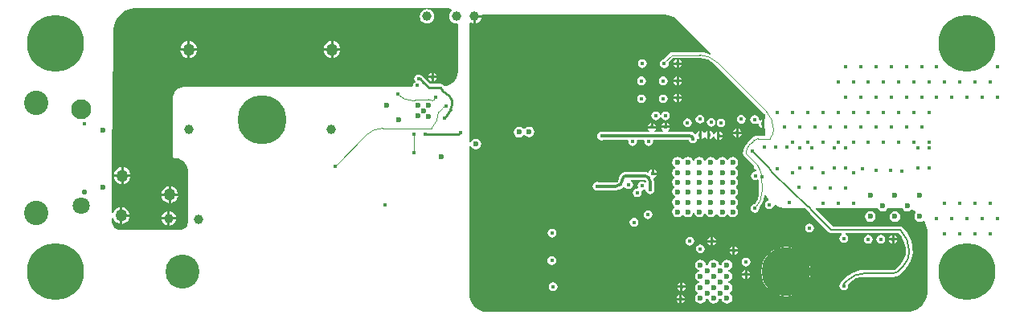
<source format=gbr>
%TF.GenerationSoftware,Altium Limited,Altium Designer,20.0.13 (296)*%
G04 Layer_Physical_Order=3*
G04 Layer_Color=36540*
%FSLAX45Y45*%
%MOMM*%
%TF.FileFunction,Copper,L3,Inr,Signal*%
%TF.Part,Single*%
G01*
G75*
%TA.AperFunction,Conductor*%
%ADD10C,0.20000*%
%ADD12C,0.10000*%
%ADD14C,0.30000*%
%ADD15C,0.25400*%
%TA.AperFunction,ComponentPad*%
%ADD59C,3.58500*%
%ADD60C,5.17500*%
%ADD61C,0.55000*%
%ADD62C,0.40500*%
%ADD63C,2.56500*%
%ADD64C,1.80000*%
%ADD65C,2.10000*%
%TA.AperFunction,ViaPad*%
%ADD66C,0.40000*%
%ADD67C,0.60000*%
%ADD68C,1.00000*%
%ADD69C,1.27000*%
%ADD70C,6.00000*%
G36*
X6140836Y7174620D02*
X6166315Y7164066D01*
X6171336Y7160711D01*
X6171752Y7148018D01*
X6166224Y7143776D01*
X6154138Y7128025D01*
X6146541Y7109684D01*
X6143949Y7090000D01*
X6146541Y7070317D01*
X6154138Y7051975D01*
X6166224Y7036224D01*
X6181975Y7024138D01*
X6200317Y7016541D01*
X6220000Y7013949D01*
X6227300Y7014911D01*
X6240000Y7003773D01*
Y6520710D01*
X6239999Y6520710D01*
X6240000Y6503897D01*
X6233439Y6470916D01*
X6220571Y6439848D01*
X6201889Y6411889D01*
X6178111Y6388111D01*
X6150151Y6369429D01*
X6119084Y6356560D01*
X6095826Y6351934D01*
X6086531Y6360107D01*
X6086347Y6360382D01*
X6086165Y6360503D01*
X6086164Y6360503D01*
X6086102D01*
X6078556Y6367469D01*
X6077105Y6368437D01*
X6065953Y6375889D01*
X6051087Y6378847D01*
X5946090D01*
X5867481Y6457456D01*
X5854879Y6465877D01*
X5845076Y6467827D01*
X5837703Y6472753D01*
X5819988Y6476277D01*
X5802274Y6472753D01*
X5787257Y6462719D01*
X5777222Y6447701D01*
X5773699Y6429987D01*
X5777222Y6412273D01*
X5786266Y6398739D01*
X5777257Y6392719D01*
X5767222Y6377701D01*
X5763699Y6359987D01*
X5763733Y6359817D01*
X5755676Y6350000D01*
X5119707D01*
X5119706Y6349999D01*
X5118361Y6349933D01*
X5115722Y6349409D01*
X5113235Y6348379D01*
X5110998Y6346884D01*
X5110000Y6345979D01*
X3352132Y6345979D01*
X3340370Y6345402D01*
X3317298Y6340812D01*
X3295565Y6331810D01*
X3276005Y6318740D01*
X3259371Y6302107D01*
X3246302Y6282547D01*
X3237300Y6260813D01*
X3232710Y6237741D01*
X3232132Y6225979D01*
Y5615980D01*
X3232517Y5612078D01*
X3235503Y5604868D01*
X3241021Y5599350D01*
X3248231Y5596363D01*
X3252133Y5595979D01*
X3265921D01*
X3292969Y5590599D01*
X3318448Y5580046D01*
X3341377Y5564724D01*
X3360878Y5545224D01*
X3376199Y5522294D01*
X3386752Y5496816D01*
X3392133Y5469768D01*
Y5455979D01*
Y4925979D01*
X3392132D01*
Y4917115D01*
X3388674Y4899727D01*
X3381889Y4883348D01*
X3372040Y4868608D01*
X3359504Y4856072D01*
X3344763Y4846222D01*
X3328385Y4839438D01*
X3310997Y4835980D01*
X3302133D01*
X2682133Y4835979D01*
Y4835980D01*
X2673268D01*
X2655880Y4839438D01*
X2639501Y4846222D01*
X2624761Y4856072D01*
X2612225Y4868608D01*
X2602376Y4883348D01*
X2595591Y4899727D01*
X2592133Y4917115D01*
Y4960779D01*
X2604833Y4963305D01*
X2612346Y4945166D01*
X2626596Y4926596D01*
X2645166Y4912346D01*
X2666792Y4903388D01*
X2677300Y4902005D01*
Y4990000D01*
Y5077995D01*
X2666792Y5076612D01*
X2645166Y5067654D01*
X2626596Y5053404D01*
X2612346Y5034833D01*
X2604833Y5016695D01*
X2592133Y5019221D01*
X2592132Y5595979D01*
X2602132Y6815980D01*
Y6946996D01*
X2611893Y6996069D01*
X2631040Y7042294D01*
X2658838Y7083895D01*
X2694217Y7119274D01*
X2735818Y7147071D01*
X2782043Y7166218D01*
X2831115Y7175980D01*
X5130000D01*
X6030000Y7180000D01*
X6113788D01*
X6140836Y7174620D01*
D02*
G37*
G36*
X8384789Y7109999D02*
X8384790Y7109999D01*
X8409806Y7110000D01*
X8458879Y7100239D01*
X8505104Y7081092D01*
X8546705Y7053295D01*
X8564395Y7035605D01*
X8900244Y6699756D01*
X8893050Y6688990D01*
X8872946Y6697317D01*
X8829417Y6707767D01*
X8784790Y6711279D01*
Y6710996D01*
X8490000D01*
X8478138Y6708636D01*
X8468083Y6701917D01*
X8400582Y6634416D01*
X8392286Y6632766D01*
X8377268Y6622732D01*
X8367234Y6607714D01*
X8363710Y6590000D01*
X8367234Y6572286D01*
X8377268Y6557268D01*
X8392286Y6547234D01*
X8410000Y6543711D01*
X8427714Y6547234D01*
X8442732Y6557268D01*
X8452766Y6572286D01*
X8456289Y6590000D01*
X8454223Y6600389D01*
X8502839Y6649004D01*
X8784790D01*
X8786139Y6649273D01*
X8828374Y6645113D01*
X8870283Y6632400D01*
X8908907Y6611755D01*
X8941713Y6584832D01*
X8942478Y6583688D01*
X9463688Y6062478D01*
X9464832Y6061714D01*
X9468527Y6057211D01*
X9470000Y6049806D01*
X9470000Y6015260D01*
X9462700Y6009270D01*
Y5960000D01*
Y5910731D01*
X9470000Y5904740D01*
X9470000Y5830996D01*
X9398284D01*
Y5831252D01*
X9372523Y5827860D01*
X9348516Y5817916D01*
X9327902Y5802098D01*
X9328083Y5801917D01*
X9290510Y5764344D01*
X9290331Y5764523D01*
X9290303Y5764489D01*
X9282488Y5754966D01*
X9268431Y5737836D01*
X9252157Y5707391D01*
X9242136Y5674355D01*
X9238752Y5640000D01*
X9239004D01*
X9241364Y5628138D01*
X9248083Y5618083D01*
X9351637Y5514528D01*
X9351619Y5514435D01*
X9353010Y5507443D01*
X9354452Y5498865D01*
X9354922Y5497830D01*
X9354964Y5497618D01*
X9355132Y5497367D01*
X9357305Y5492580D01*
X9361851Y5481721D01*
X9361851Y5481720D01*
X9372511Y5476817D01*
X9379079Y5472429D01*
X9381316Y5470078D01*
X9377976Y5455669D01*
X9376819Y5454933D01*
X9370000Y5456290D01*
X9352286Y5452766D01*
X9337268Y5442732D01*
X9327234Y5427714D01*
X9323711Y5410000D01*
X9327234Y5392286D01*
X9337268Y5377268D01*
X9352286Y5367234D01*
X9370000Y5363711D01*
X9387714Y5367234D01*
X9391084Y5369486D01*
X9402444Y5363806D01*
X9408349Y5255605D01*
X9408840Y5246615D01*
X9406544Y5244190D01*
X9407111Y5242822D01*
X9408011Y5230153D01*
X9405149Y5201089D01*
X9392576Y5159643D01*
X9372160Y5121447D01*
X9364636Y5112280D01*
X9348612Y5109092D01*
X9333594Y5099058D01*
X9323560Y5084040D01*
X9320037Y5066326D01*
X9323560Y5048612D01*
X9333594Y5033594D01*
X9348612Y5023560D01*
X9366326Y5020037D01*
X9384040Y5023560D01*
X9399058Y5033594D01*
X9409092Y5048612D01*
X9412616Y5066326D01*
X9411616Y5071351D01*
X9417260Y5077959D01*
X9440447Y5115797D01*
X9457430Y5156797D01*
X9467790Y5199949D01*
X9468160Y5204652D01*
X9481060Y5206695D01*
X9489042Y5187424D01*
X9506607Y5161138D01*
X9508583Y5158957D01*
X9504599Y5146898D01*
X9499521Y5145888D01*
X9484503Y5135854D01*
X9474469Y5120836D01*
X9470945Y5103122D01*
X9474469Y5085408D01*
X9484503Y5070390D01*
X9499521Y5060356D01*
X9517235Y5056833D01*
X9534949Y5060356D01*
X9549967Y5070390D01*
X9560001Y5085408D01*
X9562475Y5097845D01*
X9575189Y5104625D01*
X9582122Y5099992D01*
X9628125Y5080937D01*
X9676960Y5071223D01*
X9701857Y5070000D01*
X9888301D01*
X9900416Y5058545D01*
X9900684Y5058377D01*
X9950458Y5008603D01*
X9950459Y5008602D01*
X10144583Y4814478D01*
X10156292Y4806654D01*
X10170105Y4803907D01*
X10277839D01*
X10278322Y4802697D01*
X10279952Y4791207D01*
X10267268Y4782732D01*
X10257234Y4767714D01*
X10253711Y4750000D01*
X10257234Y4732286D01*
X10267268Y4717268D01*
X10282286Y4707234D01*
X10300000Y4703710D01*
X10317714Y4707234D01*
X10332732Y4717268D01*
X10342766Y4732286D01*
X10346289Y4750000D01*
X10342766Y4767714D01*
X10332732Y4782732D01*
X10320048Y4791207D01*
X10321678Y4802697D01*
X10322160Y4803907D01*
X10880408D01*
X10900369Y4780536D01*
X10923780Y4742332D01*
X10940927Y4700936D01*
X10951387Y4657367D01*
X10953933Y4625018D01*
X10954601Y4612599D01*
X10954599Y4612586D01*
X10954601Y4612574D01*
X10953694Y4600284D01*
X10951338Y4576365D01*
X10940728Y4541388D01*
X10923498Y4509154D01*
X10901000Y4481740D01*
X10900083Y4481127D01*
X10844478Y4425522D01*
X10844417Y4425431D01*
X10834051Y4418504D01*
X10821822Y4416072D01*
X10821715Y4416093D01*
X10515210D01*
Y4416295D01*
X10469798Y4412721D01*
X10425504Y4402087D01*
X10383419Y4384654D01*
X10344579Y4360853D01*
X10309941Y4331269D01*
X10310083Y4331127D01*
X10274478Y4295522D01*
X10266654Y4283812D01*
X10266088Y4280965D01*
X10257234Y4267714D01*
X10253711Y4250000D01*
X10257234Y4232286D01*
X10267268Y4217268D01*
X10282286Y4207234D01*
X10300000Y4203710D01*
X10317714Y4207234D01*
X10332732Y4217268D01*
X10342766Y4232286D01*
X10346289Y4250000D01*
X10343760Y4262716D01*
X10361127Y4280083D01*
X10362031Y4281437D01*
X10393884Y4307578D01*
X10431639Y4327758D01*
X10472606Y4340185D01*
X10513613Y4344224D01*
X10515210Y4343906D01*
X10821715D01*
Y4343705D01*
X10848782Y4347269D01*
X10874005Y4357716D01*
X10895664Y4374336D01*
X10895522Y4374478D01*
X10951127Y4430083D01*
X10951518Y4429692D01*
X10983712Y4468920D01*
X11007634Y4513675D01*
X11022365Y4562237D01*
X11027321Y4612561D01*
X11027322D01*
X11027196Y4612699D01*
X11026224Y4625042D01*
X11022790Y4668676D01*
X11009682Y4723276D01*
X10988194Y4775152D01*
X10958855Y4823029D01*
X10930422Y4856319D01*
X10922389Y4865727D01*
X10922285Y4865814D01*
X10922001Y4865530D01*
X10910303Y4873346D01*
X10896491Y4876093D01*
X10185055D01*
X10003848Y5057300D01*
X10007165Y5070000D01*
X10657493D01*
X10657814Y5068384D01*
X10670059Y5050059D01*
X10688384Y5037814D01*
X10710000Y5033515D01*
X10731616Y5037814D01*
X10749941Y5050059D01*
X10762185Y5068384D01*
X10762507Y5070000D01*
X10917493D01*
X10917814Y5068384D01*
X10930059Y5050059D01*
X10948384Y5037814D01*
X10970000Y5033515D01*
X10991616Y5037814D01*
X11009941Y5050059D01*
X11013133Y5054836D01*
X11046315Y5041091D01*
X11060059Y5031908D01*
Y5019941D01*
X11047814Y5001616D01*
X11043515Y4980000D01*
X11047814Y4958384D01*
X11060059Y4940059D01*
X11078384Y4927814D01*
X11100000Y4923515D01*
X11121616Y4927814D01*
X11139359Y4939670D01*
X11144424Y4938062D01*
X11151712Y4934816D01*
X11170239Y4890089D01*
X11180000Y4841017D01*
Y4816000D01*
Y4190000D01*
X11179999Y4190000D01*
X11180000Y4169317D01*
X11171929Y4128745D01*
X11156099Y4090528D01*
X11133117Y4056133D01*
X11103867Y4026882D01*
X11069472Y4003900D01*
X11031254Y3988070D01*
X10990683Y3980000D01*
X10970000Y3980000D01*
X6513256D01*
X6480413Y3986533D01*
X6449475Y3999348D01*
X6421631Y4017952D01*
X6397952Y4041631D01*
X6379348Y4069474D01*
X6366533Y4100413D01*
X6360000Y4133256D01*
Y4150000D01*
Y5720709D01*
X6372700Y5721960D01*
X6372815Y5721384D01*
X6385059Y5703059D01*
X6403384Y5690814D01*
X6425000Y5686515D01*
X6446616Y5690814D01*
X6464941Y5703059D01*
X6477186Y5721384D01*
X6481485Y5743000D01*
X6477186Y5764616D01*
X6464941Y5782941D01*
X6446616Y5795186D01*
X6425000Y5799485D01*
X6403384Y5795186D01*
X6385059Y5782941D01*
X6372815Y5764616D01*
X6372700Y5764040D01*
X6360000Y5765291D01*
Y7018970D01*
X6371390Y7024587D01*
X6371975Y7024138D01*
X6390317Y7016541D01*
X6397300Y7015621D01*
Y7090000D01*
X6410000D01*
Y7102700D01*
X6489826D01*
X6496228Y7110000D01*
X8384789D01*
X8384789Y7109999D01*
D02*
G37*
%LPC*%
G36*
X5910000Y7166051D02*
X5890317Y7163459D01*
X5871975Y7155862D01*
X5856224Y7143776D01*
X5844138Y7128025D01*
X5836541Y7109684D01*
X5833949Y7090000D01*
X5836541Y7070317D01*
X5844138Y7051975D01*
X5856224Y7036224D01*
X5871975Y7024138D01*
X5890317Y7016541D01*
X5910000Y7013949D01*
X5929684Y7016541D01*
X5948025Y7024138D01*
X5963776Y7036224D01*
X5975862Y7051975D01*
X5983459Y7070317D01*
X5986051Y7090000D01*
X5983459Y7109684D01*
X5975862Y7128025D01*
X5963776Y7143776D01*
X5948025Y7155862D01*
X5929684Y7163459D01*
X5910000Y7166051D01*
D02*
G37*
G36*
X4922700Y6827995D02*
Y6752700D01*
X4997995D01*
X4996612Y6763207D01*
X4987654Y6784834D01*
X4973404Y6803404D01*
X4954834Y6817654D01*
X4933208Y6826612D01*
X4922700Y6827995D01*
D02*
G37*
G36*
X4897300D02*
X4886793Y6826612D01*
X4865167Y6817654D01*
X4846596Y6803404D01*
X4832346Y6784834D01*
X4823388Y6763207D01*
X4822005Y6752700D01*
X4897300D01*
Y6827995D01*
D02*
G37*
G36*
X3412700D02*
Y6752700D01*
X3487995D01*
X3486612Y6763207D01*
X3477654Y6784834D01*
X3463404Y6803404D01*
X3444834Y6817654D01*
X3423208Y6826612D01*
X3412700Y6827995D01*
D02*
G37*
G36*
X3387300D02*
X3376793Y6826612D01*
X3355167Y6817654D01*
X3336596Y6803404D01*
X3322346Y6784834D01*
X3313388Y6763207D01*
X3312005Y6752700D01*
X3387300D01*
Y6827995D01*
D02*
G37*
G36*
X4997995Y6727300D02*
X4922700D01*
Y6652005D01*
X4933208Y6653388D01*
X4954834Y6662346D01*
X4973404Y6676596D01*
X4987654Y6695166D01*
X4996612Y6716793D01*
X4997995Y6727300D01*
D02*
G37*
G36*
X4897300D02*
X4822005D01*
X4823388Y6716793D01*
X4832346Y6695166D01*
X4846596Y6676596D01*
X4865167Y6662346D01*
X4886793Y6653388D01*
X4897300Y6652005D01*
Y6727300D01*
D02*
G37*
G36*
X3487995D02*
X3412700D01*
Y6652005D01*
X3423208Y6653388D01*
X3444834Y6662346D01*
X3463404Y6676596D01*
X3477654Y6695166D01*
X3486612Y6716793D01*
X3487995Y6727300D01*
D02*
G37*
G36*
X3387300D02*
X3312005D01*
X3313388Y6716793D01*
X3322346Y6695166D01*
X3336596Y6676596D01*
X3355167Y6662346D01*
X3376793Y6653388D01*
X3387300Y6652005D01*
Y6727300D01*
D02*
G37*
G36*
X5982700Y6493763D02*
Y6462700D01*
X6013763D01*
X6012766Y6467714D01*
X6002732Y6482732D01*
X5987714Y6492766D01*
X5982700Y6493763D01*
D02*
G37*
G36*
X5957300D02*
X5952286Y6492766D01*
X5937268Y6482732D01*
X5927234Y6467714D01*
X5926237Y6462700D01*
X5957300D01*
Y6493763D01*
D02*
G37*
G36*
X6013763Y6437300D02*
X5982700D01*
Y6406237D01*
X5987714Y6407234D01*
X6002732Y6417268D01*
X6012766Y6432286D01*
X6013763Y6437300D01*
D02*
G37*
G36*
X5957300D02*
X5926237D01*
X5927234Y6432286D01*
X5937268Y6417268D01*
X5952286Y6407234D01*
X5957300Y6406237D01*
Y6437300D01*
D02*
G37*
G36*
X2712700Y5497995D02*
Y5422700D01*
X2787995D01*
X2786612Y5433208D01*
X2777654Y5454834D01*
X2763404Y5473404D01*
X2744833Y5487654D01*
X2723207Y5496612D01*
X2712700Y5497995D01*
D02*
G37*
G36*
X2687300D02*
X2676792Y5496612D01*
X2655166Y5487654D01*
X2636596Y5473404D01*
X2622346Y5454834D01*
X2613388Y5433208D01*
X2612005Y5422700D01*
X2687300D01*
Y5497995D01*
D02*
G37*
G36*
X2787995Y5397300D02*
X2712700D01*
Y5322005D01*
X2723207Y5323388D01*
X2744833Y5332346D01*
X2763404Y5346596D01*
X2777654Y5365167D01*
X2786612Y5386793D01*
X2787995Y5397300D01*
D02*
G37*
G36*
X2687300D02*
X2612005D01*
X2613388Y5386793D01*
X2622346Y5365167D01*
X2636596Y5346596D01*
X2655166Y5332346D01*
X2676792Y5323388D01*
X2687300Y5322005D01*
Y5397300D01*
D02*
G37*
G36*
X3212700Y5297995D02*
Y5222700D01*
X3287995D01*
X3286612Y5233207D01*
X3277654Y5254834D01*
X3263404Y5273404D01*
X3244833Y5287654D01*
X3223207Y5296612D01*
X3212700Y5297995D01*
D02*
G37*
G36*
X3187300D02*
X3176792Y5296612D01*
X3155166Y5287654D01*
X3136596Y5273404D01*
X3122346Y5254834D01*
X3113388Y5233207D01*
X3112005Y5222700D01*
X3187300D01*
Y5297995D01*
D02*
G37*
G36*
X3287995Y5197300D02*
X3212700D01*
Y5122005D01*
X3223207Y5123388D01*
X3244833Y5132346D01*
X3263404Y5146596D01*
X3277654Y5165166D01*
X3286612Y5186793D01*
X3287995Y5197300D01*
D02*
G37*
G36*
X3187300D02*
X3112005D01*
X3113388Y5186793D01*
X3122346Y5165166D01*
X3136596Y5146596D01*
X3155166Y5132346D01*
X3176792Y5123388D01*
X3187300Y5122005D01*
Y5197300D01*
D02*
G37*
G36*
X2702700Y5077995D02*
Y5002700D01*
X2777995D01*
X2776612Y5013207D01*
X2767654Y5034833D01*
X2753404Y5053404D01*
X2734833Y5067654D01*
X2713207Y5076612D01*
X2702700Y5077995D01*
D02*
G37*
G36*
X3202700Y5034379D02*
Y4972700D01*
X3264379D01*
X3263459Y4979683D01*
X3255862Y4998025D01*
X3243776Y5013776D01*
X3228025Y5025862D01*
X3209683Y5033459D01*
X3202700Y5034379D01*
D02*
G37*
G36*
X3177300D02*
X3170316Y5033459D01*
X3151975Y5025862D01*
X3136224Y5013776D01*
X3124138Y4998025D01*
X3116541Y4979683D01*
X3115621Y4972700D01*
X3177300D01*
Y5034379D01*
D02*
G37*
G36*
X2777995Y4977300D02*
X2702700D01*
Y4902005D01*
X2713207Y4903388D01*
X2734833Y4912346D01*
X2753404Y4926596D01*
X2767654Y4945166D01*
X2776612Y4966792D01*
X2777995Y4977300D01*
D02*
G37*
G36*
X3264379Y4947300D02*
X3202700D01*
Y4885621D01*
X3209683Y4886541D01*
X3228025Y4894138D01*
X3243776Y4906224D01*
X3255862Y4921975D01*
X3263459Y4940317D01*
X3264379Y4947300D01*
D02*
G37*
G36*
X3177300D02*
X3115621D01*
X3116541Y4940317D01*
X3124138Y4921975D01*
X3136224Y4906224D01*
X3151975Y4894138D01*
X3170316Y4886541D01*
X3177300Y4885621D01*
Y4947300D01*
D02*
G37*
G36*
X6484379Y7077300D02*
X6422700D01*
Y7015621D01*
X6429684Y7016541D01*
X6448025Y7024138D01*
X6463776Y7036224D01*
X6475862Y7051975D01*
X6483459Y7070317D01*
X6484379Y7077300D01*
D02*
G37*
G36*
X8562700Y6633763D02*
Y6602700D01*
X8593763D01*
X8592766Y6607714D01*
X8582732Y6622732D01*
X8567714Y6632766D01*
X8562700Y6633763D01*
D02*
G37*
G36*
X8537300D02*
X8532286Y6632766D01*
X8517268Y6622732D01*
X8507234Y6607714D01*
X8506236Y6602700D01*
X8537300D01*
Y6633763D01*
D02*
G37*
G36*
X8593763Y6577300D02*
X8562700D01*
Y6546237D01*
X8567714Y6547234D01*
X8582732Y6557268D01*
X8592766Y6572286D01*
X8593763Y6577300D01*
D02*
G37*
G36*
X8537300D02*
X8506236D01*
X8507234Y6572286D01*
X8517268Y6557268D01*
X8532286Y6547234D01*
X8537300Y6546237D01*
Y6577300D01*
D02*
G37*
G36*
X8180000Y6636289D02*
X8162286Y6632766D01*
X8147268Y6622732D01*
X8137234Y6607714D01*
X8133710Y6590000D01*
X8137234Y6572286D01*
X8147268Y6557268D01*
X8162286Y6547234D01*
X8180000Y6543711D01*
X8197714Y6547234D01*
X8212732Y6557268D01*
X8222766Y6572286D01*
X8226289Y6590000D01*
X8222766Y6607714D01*
X8212732Y6622732D01*
X8197714Y6632766D01*
X8180000Y6636289D01*
D02*
G37*
G36*
X8562700Y6453763D02*
Y6422700D01*
X8593763D01*
X8592766Y6427714D01*
X8582732Y6442732D01*
X8567714Y6452766D01*
X8562700Y6453763D01*
D02*
G37*
G36*
X8537300D02*
X8532286Y6452766D01*
X8517268Y6442732D01*
X8507234Y6427714D01*
X8506236Y6422700D01*
X8537300D01*
Y6453763D01*
D02*
G37*
G36*
X8593763Y6397300D02*
X8562700D01*
Y6366236D01*
X8567714Y6367234D01*
X8582732Y6377268D01*
X8592766Y6392286D01*
X8593763Y6397300D01*
D02*
G37*
G36*
X8537300D02*
X8506236D01*
X8507234Y6392286D01*
X8517268Y6377268D01*
X8532286Y6367234D01*
X8537300Y6366236D01*
Y6397300D01*
D02*
G37*
G36*
X8400000Y6456289D02*
X8382286Y6452766D01*
X8367268Y6442732D01*
X8357234Y6427714D01*
X8353710Y6410000D01*
X8357234Y6392286D01*
X8367268Y6377268D01*
X8382286Y6367234D01*
X8400000Y6363710D01*
X8417714Y6367234D01*
X8432732Y6377268D01*
X8442766Y6392286D01*
X8446289Y6410000D01*
X8442766Y6427714D01*
X8432732Y6442732D01*
X8417714Y6452766D01*
X8400000Y6456289D01*
D02*
G37*
G36*
X8170000D02*
X8152286Y6452766D01*
X8137268Y6442732D01*
X8127234Y6427714D01*
X8123710Y6410000D01*
X8127234Y6392286D01*
X8137268Y6377268D01*
X8152286Y6367234D01*
X8170000Y6363710D01*
X8187714Y6367234D01*
X8202732Y6377268D01*
X8212766Y6392286D01*
X8216289Y6410000D01*
X8212766Y6427714D01*
X8202732Y6442732D01*
X8187714Y6452766D01*
X8170000Y6456289D01*
D02*
G37*
G36*
X8562700Y6273763D02*
Y6242700D01*
X8593763D01*
X8592766Y6247714D01*
X8582732Y6262732D01*
X8567714Y6272766D01*
X8562700Y6273763D01*
D02*
G37*
G36*
X8537300D02*
X8532286Y6272766D01*
X8517268Y6262732D01*
X8507234Y6247714D01*
X8506236Y6242700D01*
X8537300D01*
Y6273763D01*
D02*
G37*
G36*
X8593763Y6217300D02*
X8562700D01*
Y6186237D01*
X8567714Y6187234D01*
X8582732Y6197268D01*
X8592766Y6212286D01*
X8593763Y6217300D01*
D02*
G37*
G36*
X8537300D02*
X8506236D01*
X8507234Y6212286D01*
X8517268Y6197268D01*
X8532286Y6187234D01*
X8537300Y6186237D01*
Y6217300D01*
D02*
G37*
G36*
X8400000Y6266289D02*
X8382286Y6262766D01*
X8367268Y6252732D01*
X8357234Y6237714D01*
X8353710Y6220000D01*
X8357234Y6202286D01*
X8367268Y6187268D01*
X8382286Y6177234D01*
X8400000Y6173711D01*
X8417714Y6177234D01*
X8432732Y6187268D01*
X8442766Y6202286D01*
X8446289Y6220000D01*
X8442766Y6237714D01*
X8432732Y6252732D01*
X8417714Y6262766D01*
X8400000Y6266289D01*
D02*
G37*
G36*
X8170000D02*
X8152286Y6262766D01*
X8137268Y6252732D01*
X8127234Y6237714D01*
X8123710Y6220000D01*
X8127234Y6202286D01*
X8137268Y6187268D01*
X8152286Y6177234D01*
X8170000Y6173711D01*
X8187714Y6177234D01*
X8202732Y6187268D01*
X8212766Y6202286D01*
X8216289Y6220000D01*
X8212766Y6237714D01*
X8202732Y6252732D01*
X8187714Y6262766D01*
X8170000Y6266289D01*
D02*
G37*
G36*
X8420000Y6086290D02*
X8402286Y6082766D01*
X8387268Y6072732D01*
X8377234Y6057714D01*
X8376474Y6053896D01*
X8363526D01*
X8362766Y6057714D01*
X8352732Y6072732D01*
X8337714Y6082766D01*
X8320000Y6086290D01*
X8302286Y6082766D01*
X8287268Y6072732D01*
X8277234Y6057714D01*
X8273711Y6040000D01*
X8277234Y6022286D01*
X8287268Y6007268D01*
X8302286Y5997234D01*
X8320000Y5993711D01*
X8337714Y5997234D01*
X8352732Y6007268D01*
X8362766Y6022286D01*
X8363526Y6026104D01*
X8376474D01*
X8377234Y6022286D01*
X8387268Y6007268D01*
X8402286Y5997234D01*
X8420000Y5993711D01*
X8437714Y5997234D01*
X8452732Y6007268D01*
X8462766Y6022286D01*
X8466289Y6040000D01*
X8462766Y6057714D01*
X8452732Y6072732D01*
X8437714Y6082766D01*
X8420000Y6086290D01*
D02*
G37*
G36*
X8786000Y6050890D02*
X8768286Y6047366D01*
X8753268Y6037332D01*
X8743234Y6022314D01*
X8739710Y6004600D01*
X8743234Y5986886D01*
X8753268Y5971868D01*
X8768286Y5961834D01*
X8786000Y5958311D01*
X8803714Y5961834D01*
X8818732Y5971868D01*
X8828766Y5986886D01*
X8832289Y6004600D01*
X8828766Y6022314D01*
X8818732Y6037332D01*
X8803714Y6047366D01*
X8786000Y6050890D01*
D02*
G37*
G36*
X9222000Y6050289D02*
X9204286Y6046766D01*
X9189268Y6036732D01*
X9179234Y6021714D01*
X9175711Y6004000D01*
X9179234Y5986286D01*
X9189268Y5971268D01*
X9204286Y5961234D01*
X9222000Y5957710D01*
X9239714Y5961234D01*
X9254732Y5971268D01*
X9264766Y5986286D01*
X9268290Y6004000D01*
X9264766Y6021714D01*
X9254732Y6036732D01*
X9239714Y6046766D01*
X9222000Y6050289D01*
D02*
G37*
G36*
X8435700Y5967763D02*
Y5936700D01*
X8466763D01*
X8465766Y5941714D01*
X8455732Y5956732D01*
X8440714Y5966766D01*
X8435700Y5967763D01*
D02*
G37*
G36*
X8410300D02*
X8405286Y5966766D01*
X8390268Y5956732D01*
X8380234Y5941714D01*
X8379236Y5936700D01*
X8410300D01*
Y5967763D01*
D02*
G37*
G36*
X8292700Y5963764D02*
Y5932700D01*
X8323763D01*
X8322766Y5937714D01*
X8312732Y5952732D01*
X8297714Y5962766D01*
X8292700Y5963764D01*
D02*
G37*
G36*
X8267300D02*
X8262286Y5962766D01*
X8247268Y5952732D01*
X8237234Y5937714D01*
X8236237Y5932700D01*
X8267300D01*
Y5963764D01*
D02*
G37*
G36*
X8902000Y6017289D02*
X8884286Y6013766D01*
X8869268Y6003732D01*
X8859234Y5988714D01*
X8855711Y5971000D01*
X8859234Y5953286D01*
X8869268Y5938268D01*
X8884286Y5928234D01*
X8902000Y5924711D01*
X8919714Y5928234D01*
X8934732Y5938268D01*
X8944766Y5953286D01*
X8948289Y5971000D01*
X8944766Y5988714D01*
X8934732Y6003732D01*
X8919714Y6013766D01*
X8902000Y6017289D01*
D02*
G37*
G36*
X8655000Y6015289D02*
X8637286Y6011766D01*
X8622268Y6001732D01*
X8612234Y5986714D01*
X8608710Y5969000D01*
X8612234Y5951286D01*
X8622268Y5936268D01*
X8637286Y5926234D01*
X8655000Y5922711D01*
X8672714Y5926234D01*
X8687732Y5936268D01*
X8697766Y5951286D01*
X8701289Y5969000D01*
X8697766Y5986714D01*
X8687732Y6001732D01*
X8672714Y6011766D01*
X8655000Y6015289D01*
D02*
G37*
G36*
X9007000Y6012289D02*
X8989286Y6008766D01*
X8974268Y5998732D01*
X8964234Y5983714D01*
X8960711Y5966000D01*
X8964234Y5948286D01*
X8974268Y5933268D01*
X8989286Y5923234D01*
X9007000Y5919711D01*
X9024714Y5923234D01*
X9039732Y5933268D01*
X9049766Y5948286D01*
X9053289Y5966000D01*
X9049766Y5983714D01*
X9039732Y5998732D01*
X9024714Y6008766D01*
X9007000Y6012289D01*
D02*
G37*
G36*
X9361000Y6047289D02*
X9343286Y6043766D01*
X9328268Y6033732D01*
X9318234Y6018714D01*
X9314711Y6001000D01*
X9318234Y5983286D01*
X9328268Y5968268D01*
X9343286Y5958234D01*
X9361000Y5954710D01*
X9378714Y5958234D01*
X9392203Y5967247D01*
X9398003Y5965194D01*
X9403899Y5960950D01*
X9403710Y5960000D01*
X9407234Y5942286D01*
X9417268Y5927268D01*
X9432286Y5917234D01*
X9437300Y5916237D01*
Y5960000D01*
Y6003763D01*
X9432286Y6002766D01*
X9418797Y5993753D01*
X9412997Y5995806D01*
X9407101Y6000049D01*
X9407290Y6001000D01*
X9403766Y6018714D01*
X9393732Y6033732D01*
X9378714Y6043766D01*
X9361000Y6047289D01*
D02*
G37*
G36*
X6986000Y5927485D02*
X6964384Y5923186D01*
X6946059Y5910941D01*
X6940469Y5902575D01*
X6925195D01*
X6920941Y5908941D01*
X6902616Y5921186D01*
X6881000Y5925485D01*
X6859384Y5921186D01*
X6841059Y5908941D01*
X6828814Y5890616D01*
X6824515Y5869000D01*
X6828814Y5847384D01*
X6841059Y5829059D01*
X6859384Y5816814D01*
X6881000Y5812515D01*
X6902616Y5816814D01*
X6920941Y5829059D01*
X6926531Y5837425D01*
X6941805D01*
X6946059Y5831059D01*
X6964384Y5818814D01*
X6986000Y5814515D01*
X7007616Y5818814D01*
X7025941Y5831059D01*
X7038186Y5849384D01*
X7042485Y5871000D01*
X7038186Y5892616D01*
X7025941Y5910941D01*
X7007616Y5923186D01*
X6986000Y5927485D01*
D02*
G37*
G36*
X9192700Y5903763D02*
Y5872700D01*
X9223763D01*
X9222766Y5877714D01*
X9212732Y5892732D01*
X9197714Y5902766D01*
X9192700Y5903763D01*
D02*
G37*
G36*
X9167300D02*
X9162286Y5902766D01*
X9147268Y5892732D01*
X9137234Y5877714D01*
X9136236Y5872700D01*
X9167300D01*
Y5903763D01*
D02*
G37*
G36*
X8466763Y5911300D02*
X8379236D01*
X8380234Y5906286D01*
X8390268Y5891268D01*
X8401308Y5883891D01*
X8397456Y5871191D01*
X8311530D01*
X8307678Y5883891D01*
X8312732Y5887268D01*
X8322766Y5902286D01*
X8323763Y5907300D01*
X8236237D01*
X8237234Y5902286D01*
X8247268Y5887268D01*
X8252322Y5883891D01*
X8248470Y5871191D01*
X7770071D01*
X7767714Y5872766D01*
X7750000Y5876289D01*
X7732286Y5872766D01*
X7717268Y5862732D01*
X7707234Y5847714D01*
X7703711Y5830000D01*
X7707234Y5812286D01*
X7717268Y5797268D01*
X7732286Y5787234D01*
X7750000Y5783711D01*
X7767714Y5787234D01*
X7770071Y5788809D01*
X8020582D01*
X8031005Y5776108D01*
X8029711Y5769600D01*
X8033234Y5751886D01*
X8043268Y5736868D01*
X8058286Y5726834D01*
X8076000Y5723311D01*
X8093714Y5726834D01*
X8108732Y5736868D01*
X8118766Y5751886D01*
X8122290Y5769600D01*
X8120995Y5776108D01*
X8131418Y5788809D01*
X8190582D01*
X8201005Y5776108D01*
X8199711Y5769600D01*
X8203234Y5751886D01*
X8213268Y5736868D01*
X8228286Y5726834D01*
X8246000Y5723311D01*
X8263714Y5726834D01*
X8278732Y5736868D01*
X8288766Y5751886D01*
X8292289Y5769600D01*
X8290995Y5776108D01*
X8301418Y5788809D01*
X8665937D01*
X8667234Y5782286D01*
X8677268Y5767268D01*
X8692286Y5757234D01*
X8710000Y5753711D01*
X8727714Y5757234D01*
X8742732Y5767268D01*
X8752766Y5782286D01*
X8754999Y5793510D01*
X8768269Y5799918D01*
X8772286Y5797234D01*
X8777300Y5796237D01*
Y5840000D01*
Y5883763D01*
X8772286Y5882766D01*
X8757268Y5872732D01*
X8747234Y5857714D01*
X8745840Y5850704D01*
X8732261Y5847537D01*
X8730210Y5850210D01*
X8715504Y5861494D01*
X8698378Y5868588D01*
X8682734Y5870648D01*
X8680000Y5871191D01*
X8448544D01*
X8444692Y5883891D01*
X8455732Y5891268D01*
X8465766Y5906286D01*
X8466763Y5911300D01*
D02*
G37*
G36*
X8867300Y5883763D02*
X8862286Y5882766D01*
X8847268Y5872732D01*
X8842637Y5865801D01*
X8827363D01*
X8822732Y5872732D01*
X8807714Y5882766D01*
X8802700Y5883763D01*
Y5840000D01*
Y5796237D01*
X8807714Y5797234D01*
X8822732Y5807268D01*
X8827363Y5814199D01*
X8842637D01*
X8847268Y5807268D01*
X8862286Y5797234D01*
X8867300Y5796237D01*
Y5840000D01*
Y5883763D01*
D02*
G37*
G36*
X8992700Y5873763D02*
Y5842700D01*
X9023764D01*
X9022766Y5847714D01*
X9012732Y5862732D01*
X8997714Y5872766D01*
X8992700Y5873763D01*
D02*
G37*
G36*
X9223763Y5847300D02*
X9192700D01*
Y5816237D01*
X9197714Y5817234D01*
X9212732Y5827268D01*
X9222766Y5842286D01*
X9223763Y5847300D01*
D02*
G37*
G36*
X9167300D02*
X9136236D01*
X9137234Y5842286D01*
X9147268Y5827268D01*
X9162286Y5817234D01*
X9167300Y5816237D01*
Y5847300D01*
D02*
G37*
G36*
X9023764Y5817300D02*
X8992700D01*
Y5786237D01*
X8997714Y5787234D01*
X9012732Y5797268D01*
X9022766Y5812286D01*
X9023764Y5817300D01*
D02*
G37*
G36*
X8892700Y5883763D02*
Y5840000D01*
Y5796237D01*
X8897714Y5797234D01*
X8912732Y5807268D01*
X8922404Y5821744D01*
X8924811Y5822096D01*
X8935480Y5821105D01*
X8937234Y5812286D01*
X8947268Y5797268D01*
X8962286Y5787234D01*
X8967300Y5786237D01*
Y5830000D01*
Y5873763D01*
X8962286Y5872766D01*
X8947268Y5862732D01*
X8937596Y5848256D01*
X8935189Y5847904D01*
X8924520Y5848895D01*
X8922766Y5857714D01*
X8912732Y5872732D01*
X8897714Y5882766D01*
X8892700Y5883763D01*
D02*
G37*
G36*
X9130000Y5606485D02*
X9108384Y5602186D01*
X9090059Y5589941D01*
X9082637Y5578834D01*
X9067363D01*
X9059941Y5589941D01*
X9041616Y5602186D01*
X9020000Y5606485D01*
X8998384Y5602186D01*
X8980059Y5589941D01*
X8967814Y5571616D01*
X8966474Y5564879D01*
X8953526D01*
X8952186Y5571616D01*
X8939941Y5589941D01*
X8921616Y5602186D01*
X8900000Y5606485D01*
X8878384Y5602186D01*
X8860059Y5589941D01*
X8847814Y5571616D01*
X8846474Y5564879D01*
X8833526D01*
X8832186Y5571616D01*
X8819941Y5589941D01*
X8801616Y5602186D01*
X8780000Y5606485D01*
X8758384Y5602186D01*
X8740059Y5589941D01*
X8727814Y5571616D01*
X8726474Y5564879D01*
X8713526D01*
X8712186Y5571616D01*
X8699941Y5589941D01*
X8681616Y5602186D01*
X8660000Y5606485D01*
X8638384Y5602186D01*
X8620059Y5589941D01*
X8612637Y5578834D01*
X8597363D01*
X8589941Y5589941D01*
X8571616Y5602186D01*
X8550000Y5606485D01*
X8528384Y5602186D01*
X8510059Y5589941D01*
X8497814Y5571616D01*
X8493515Y5550000D01*
X8497814Y5528384D01*
X8510059Y5510059D01*
X8521166Y5502637D01*
Y5487363D01*
X8510059Y5479941D01*
X8497814Y5461616D01*
X8493515Y5440000D01*
X8497814Y5418384D01*
X8510059Y5400059D01*
X8515609Y5396350D01*
Y5383650D01*
X8510059Y5379941D01*
X8497814Y5361616D01*
X8493515Y5340000D01*
X8497814Y5318384D01*
X8510059Y5300059D01*
X8515609Y5296350D01*
Y5283650D01*
X8510059Y5279941D01*
X8497814Y5261616D01*
X8493515Y5240000D01*
X8497814Y5218384D01*
X8510059Y5200059D01*
X8521166Y5192637D01*
Y5177363D01*
X8510059Y5169941D01*
X8497814Y5151616D01*
X8493515Y5130000D01*
X8497814Y5108384D01*
X8510059Y5090059D01*
X8515609Y5086350D01*
Y5073650D01*
X8510059Y5069941D01*
X8497814Y5051616D01*
X8493515Y5030000D01*
X8497814Y5008384D01*
X8510059Y4990059D01*
X8528384Y4977814D01*
X8550000Y4973515D01*
X8571616Y4977814D01*
X8589941Y4990059D01*
X8597363Y5001166D01*
X8612637D01*
X8620059Y4990059D01*
X8638384Y4977814D01*
X8660000Y4973515D01*
X8681616Y4977814D01*
X8699941Y4990059D01*
X8712186Y5008384D01*
X8713526Y5015121D01*
X8726474D01*
X8727814Y5008384D01*
X8740059Y4990059D01*
X8758384Y4977814D01*
X8780000Y4973515D01*
X8801616Y4977814D01*
X8819941Y4990059D01*
X8832186Y5008384D01*
X8833526Y5015121D01*
X8846474D01*
X8847814Y5008384D01*
X8860059Y4990059D01*
X8878384Y4977814D01*
X8900000Y4973515D01*
X8921616Y4977814D01*
X8939941Y4990059D01*
X8952186Y5008384D01*
X8953526Y5015121D01*
X8966474D01*
X8967814Y5008384D01*
X8980059Y4990059D01*
X8998384Y4977814D01*
X9020000Y4973515D01*
X9041616Y4977814D01*
X9059941Y4990059D01*
X9067363Y5001166D01*
X9082637D01*
X9090059Y4990059D01*
X9108384Y4977814D01*
X9130000Y4973515D01*
X9151616Y4977814D01*
X9169941Y4990059D01*
X9182186Y5008384D01*
X9186485Y5030000D01*
X9182186Y5051616D01*
X9169941Y5069941D01*
X9164391Y5073650D01*
Y5086350D01*
X9169941Y5090059D01*
X9182186Y5108384D01*
X9186485Y5130000D01*
X9182186Y5151616D01*
X9169941Y5169941D01*
X9158834Y5177363D01*
Y5192637D01*
X9169941Y5200059D01*
X9182186Y5218384D01*
X9186485Y5240000D01*
X9182186Y5261616D01*
X9169941Y5279941D01*
X9164391Y5283650D01*
Y5296350D01*
X9169941Y5300059D01*
X9182186Y5318384D01*
X9186485Y5340000D01*
X9182186Y5361616D01*
X9169941Y5379941D01*
X9164391Y5383650D01*
Y5396350D01*
X9169941Y5400059D01*
X9182186Y5418384D01*
X9186485Y5440000D01*
X9182186Y5461616D01*
X9169941Y5479941D01*
X9158834Y5487363D01*
Y5502637D01*
X9169941Y5510059D01*
X9182186Y5528384D01*
X9186485Y5550000D01*
X9182186Y5571616D01*
X9169941Y5589941D01*
X9151616Y5602186D01*
X9130000Y5606485D01*
D02*
G37*
G36*
X8277300Y5473763D02*
X8272286Y5472766D01*
X8257268Y5462732D01*
X8247234Y5447715D01*
X8238162Y5442865D01*
X8226210Y5447816D01*
X8200000Y5451266D01*
Y5451192D01*
X8010000D01*
X8008546Y5450902D01*
X7989012Y5448330D01*
X7969453Y5440229D01*
X7952658Y5427342D01*
X7939771Y5410547D01*
X7931670Y5390988D01*
X7929098Y5371454D01*
X7928809Y5370000D01*
X7928847Y5369808D01*
X7926686Y5358946D01*
X7920425Y5349575D01*
X7911054Y5343314D01*
X7900192Y5341153D01*
X7900000Y5341192D01*
X7720071D01*
X7717714Y5342766D01*
X7700000Y5346290D01*
X7682286Y5342766D01*
X7667268Y5332732D01*
X7657234Y5317714D01*
X7653711Y5300000D01*
X7657234Y5282286D01*
X7667268Y5267268D01*
X7682286Y5257234D01*
X7700000Y5253711D01*
X7717714Y5257234D01*
X7720071Y5258809D01*
X7900000D01*
Y5258647D01*
X7928820Y5262442D01*
X7955676Y5273566D01*
X7978738Y5291262D01*
X7979955Y5292847D01*
X7994663Y5291153D01*
X8001268Y5281268D01*
X8016286Y5271234D01*
X8034000Y5267711D01*
X8051714Y5271234D01*
X8066732Y5281268D01*
X8076766Y5296286D01*
X8080289Y5314000D01*
X8076766Y5331714D01*
X8066732Y5346732D01*
X8062529Y5349540D01*
X8059147Y5366789D01*
X8060501Y5368809D01*
X8200000D01*
Y5368689D01*
X8207152Y5367267D01*
X8213215Y5363215D01*
X8217267Y5357152D01*
X8218689Y5350000D01*
X8210220Y5340808D01*
X8206109Y5339153D01*
X8194714Y5346766D01*
X8177000Y5350290D01*
X8159286Y5346766D01*
X8144268Y5336732D01*
X8134234Y5321714D01*
X8130710Y5304000D01*
X8134234Y5286286D01*
X8134451Y5285960D01*
X8126814Y5274531D01*
X8123000Y5275289D01*
X8105286Y5271766D01*
X8090268Y5261732D01*
X8080234Y5246714D01*
X8076711Y5229000D01*
X8080234Y5211286D01*
X8090268Y5196268D01*
X8105286Y5186234D01*
X8123000Y5182710D01*
X8140714Y5186234D01*
X8155732Y5196268D01*
X8165766Y5211286D01*
X8169289Y5229000D01*
X8165766Y5246714D01*
X8165549Y5247040D01*
X8173186Y5258469D01*
X8177000Y5257711D01*
X8194714Y5261234D01*
X8201972Y5266083D01*
X8209161Y5262357D01*
X8213947Y5258811D01*
X8217234Y5242286D01*
X8227268Y5227268D01*
X8242286Y5217234D01*
X8260000Y5213710D01*
X8277714Y5217234D01*
X8292732Y5227268D01*
X8302766Y5242286D01*
X8306289Y5260000D01*
X8302766Y5277714D01*
X8301191Y5280071D01*
Y5350000D01*
X8301266D01*
X8297816Y5376209D01*
X8303232Y5386343D01*
X8307714Y5387234D01*
X8322732Y5397268D01*
X8332766Y5412286D01*
X8333763Y5417300D01*
X8290000D01*
Y5430000D01*
X8277300D01*
Y5473763D01*
D02*
G37*
G36*
X8302700D02*
Y5442700D01*
X8333763D01*
X8332766Y5447714D01*
X8322732Y5462732D01*
X8307714Y5472766D01*
X8302700Y5473763D01*
D02*
G37*
G36*
X8240000Y5046289D02*
X8222286Y5042766D01*
X8207268Y5032732D01*
X8197234Y5017714D01*
X8193711Y5000000D01*
X8197234Y4982286D01*
X8207268Y4967268D01*
X8222286Y4957234D01*
X8240000Y4953710D01*
X8257714Y4957234D01*
X8272732Y4967268D01*
X8282766Y4982286D01*
X8286289Y5000000D01*
X8282766Y5017714D01*
X8272732Y5032732D01*
X8257714Y5042766D01*
X8240000Y5046289D01*
D02*
G37*
G36*
X10840000Y5036485D02*
X10818384Y5032186D01*
X10800059Y5019941D01*
X10787814Y5001616D01*
X10783515Y4980000D01*
X10787814Y4958384D01*
X10800059Y4940059D01*
X10818384Y4927814D01*
X10840000Y4923515D01*
X10861616Y4927814D01*
X10879941Y4940059D01*
X10892185Y4958384D01*
X10896485Y4980000D01*
X10892185Y5001616D01*
X10879941Y5019941D01*
X10861616Y5032186D01*
X10840000Y5036485D01*
D02*
G37*
G36*
X10580000D02*
X10558384Y5032186D01*
X10540059Y5019941D01*
X10527814Y5001616D01*
X10523515Y4980000D01*
X10527814Y4958384D01*
X10540059Y4940059D01*
X10558384Y4927814D01*
X10580000Y4923515D01*
X10601616Y4927814D01*
X10619941Y4940059D01*
X10632185Y4958384D01*
X10636485Y4980000D01*
X10632185Y5001616D01*
X10619941Y5019941D01*
X10601616Y5032186D01*
X10580000Y5036485D01*
D02*
G37*
G36*
X8090000Y4966290D02*
X8072286Y4962766D01*
X8057268Y4952732D01*
X8047234Y4937714D01*
X8043711Y4920000D01*
X8047234Y4902286D01*
X8057268Y4887268D01*
X8072286Y4877234D01*
X8090000Y4873711D01*
X8107714Y4877234D01*
X8122732Y4887268D01*
X8132766Y4902286D01*
X8136290Y4920000D01*
X8132766Y4937714D01*
X8122732Y4952732D01*
X8107714Y4962766D01*
X8090000Y4966290D01*
D02*
G37*
G36*
X9939600Y4906289D02*
X9921886Y4902766D01*
X9906868Y4892732D01*
X9896834Y4877714D01*
X9893311Y4860000D01*
X9896834Y4842286D01*
X9906868Y4827268D01*
X9921886Y4817234D01*
X9939600Y4813710D01*
X9957314Y4817234D01*
X9972332Y4827268D01*
X9982366Y4842286D01*
X9985890Y4860000D01*
X9982366Y4877714D01*
X9972332Y4892732D01*
X9957314Y4902766D01*
X9939600Y4906289D01*
D02*
G37*
G36*
X7228000Y4850290D02*
X7210286Y4846766D01*
X7195268Y4836732D01*
X7185234Y4821714D01*
X7181711Y4804000D01*
X7185234Y4786286D01*
X7195268Y4771268D01*
X7210286Y4761234D01*
X7228000Y4757711D01*
X7245714Y4761234D01*
X7260732Y4771268D01*
X7270766Y4786286D01*
X7274289Y4804000D01*
X7270766Y4821714D01*
X7260732Y4836732D01*
X7245714Y4846766D01*
X7228000Y4850290D01*
D02*
G37*
G36*
X10832700Y4783763D02*
Y4752700D01*
X10863763D01*
X10862766Y4757714D01*
X10852732Y4772732D01*
X10837714Y4782766D01*
X10832700Y4783763D01*
D02*
G37*
G36*
X10807300D02*
X10802286Y4782766D01*
X10787268Y4772732D01*
X10777234Y4757714D01*
X10776237Y4752700D01*
X10807300D01*
Y4783763D01*
D02*
G37*
G36*
X8922700Y4763763D02*
Y4732700D01*
X8953763D01*
X8952766Y4737714D01*
X8942732Y4752732D01*
X8927714Y4762766D01*
X8922700Y4763763D01*
D02*
G37*
G36*
X8897300D02*
X8892286Y4762766D01*
X8877268Y4752732D01*
X8867234Y4737714D01*
X8866237Y4732700D01*
X8897300D01*
Y4763763D01*
D02*
G37*
G36*
X10863763Y4727300D02*
X10832700D01*
Y4696236D01*
X10837714Y4697234D01*
X10852732Y4707268D01*
X10862766Y4722286D01*
X10863763Y4727300D01*
D02*
G37*
G36*
X10807300D02*
X10776237D01*
X10777234Y4722286D01*
X10787268Y4707268D01*
X10802286Y4697234D01*
X10807300Y4696236D01*
Y4727300D01*
D02*
G37*
G36*
X10690000Y4786289D02*
X10672286Y4782766D01*
X10657268Y4772732D01*
X10647234Y4757714D01*
X10643710Y4740000D01*
X10647234Y4722286D01*
X10657268Y4707268D01*
X10672286Y4697234D01*
X10690000Y4693710D01*
X10707714Y4697234D01*
X10722732Y4707268D01*
X10732766Y4722286D01*
X10736289Y4740000D01*
X10732766Y4757714D01*
X10722732Y4772732D01*
X10707714Y4782766D01*
X10690000Y4786289D01*
D02*
G37*
G36*
X10560000D02*
X10542286Y4782766D01*
X10527268Y4772732D01*
X10517234Y4757714D01*
X10513710Y4740000D01*
X10517234Y4722286D01*
X10527268Y4707268D01*
X10542286Y4697234D01*
X10560000Y4693710D01*
X10577714Y4697234D01*
X10592732Y4707268D01*
X10602766Y4722286D01*
X10606289Y4740000D01*
X10602766Y4757714D01*
X10592732Y4772732D01*
X10577714Y4782766D01*
X10560000Y4786289D01*
D02*
G37*
G36*
X8953763Y4707300D02*
X8922700D01*
Y4676237D01*
X8927714Y4677234D01*
X8942732Y4687268D01*
X8952766Y4702286D01*
X8953763Y4707300D01*
D02*
G37*
G36*
X8897300D02*
X8866237D01*
X8867234Y4702286D01*
X8877268Y4687268D01*
X8892286Y4677234D01*
X8897300Y4676237D01*
Y4707300D01*
D02*
G37*
G36*
X8680000Y4766289D02*
X8662286Y4762766D01*
X8647268Y4752732D01*
X8637234Y4737714D01*
X8633710Y4720000D01*
X8637234Y4702286D01*
X8647268Y4687268D01*
X8662286Y4677234D01*
X8680000Y4673710D01*
X8697714Y4677234D01*
X8712732Y4687268D01*
X8722766Y4702286D01*
X8726289Y4720000D01*
X8722766Y4737714D01*
X8712732Y4752732D01*
X8697714Y4762766D01*
X8680000Y4766289D01*
D02*
G37*
G36*
X9152700Y4663763D02*
Y4632700D01*
X9183763D01*
X9182766Y4637714D01*
X9172732Y4652732D01*
X9157714Y4662766D01*
X9152700Y4663763D01*
D02*
G37*
G36*
X9127300D02*
X9122286Y4662766D01*
X9107268Y4652732D01*
X9097234Y4637714D01*
X9096237Y4632700D01*
X9127300D01*
Y4663763D01*
D02*
G37*
G36*
X8790000Y4686290D02*
X8772286Y4682766D01*
X8757268Y4672732D01*
X8747234Y4657714D01*
X8743710Y4640000D01*
X8747234Y4622286D01*
X8757268Y4607268D01*
X8772286Y4597234D01*
X8790000Y4593711D01*
X8807714Y4597234D01*
X8822732Y4607268D01*
X8832766Y4622286D01*
X8836289Y4640000D01*
X8832766Y4657714D01*
X8822732Y4672732D01*
X8807714Y4682766D01*
X8790000Y4686290D01*
D02*
G37*
G36*
X9183763Y4607300D02*
X9152700D01*
Y4576236D01*
X9157714Y4577234D01*
X9172732Y4587268D01*
X9182766Y4602286D01*
X9183763Y4607300D01*
D02*
G37*
G36*
X9127300D02*
X9096237D01*
X9097234Y4602286D01*
X9107268Y4587268D01*
X9122286Y4577234D01*
X9127300Y4576236D01*
Y4607300D01*
D02*
G37*
G36*
X7225000Y4562290D02*
X7207286Y4558766D01*
X7192268Y4548732D01*
X7182234Y4533714D01*
X7178711Y4516000D01*
X7182234Y4498286D01*
X7192268Y4483268D01*
X7207286Y4473234D01*
X7225000Y4469711D01*
X7242714Y4473234D01*
X7257732Y4483268D01*
X7267766Y4498286D01*
X7271289Y4516000D01*
X7267766Y4533714D01*
X7257732Y4548732D01*
X7242714Y4558766D01*
X7225000Y4562290D01*
D02*
G37*
G36*
X9070000Y4526485D02*
X9048384Y4522186D01*
X9030059Y4509941D01*
X9017814Y4491616D01*
X9013515Y4470000D01*
X9008341Y4464826D01*
X9000000Y4466485D01*
X8991659Y4464826D01*
X8986485Y4470000D01*
X8982185Y4491616D01*
X8969941Y4509941D01*
X8951616Y4522186D01*
X8930000Y4526485D01*
X8908384Y4522186D01*
X8890059Y4509941D01*
X8877814Y4491616D01*
X8873515Y4470000D01*
X8868341Y4464826D01*
X8860000Y4466485D01*
X8851659Y4464826D01*
X8846485Y4470000D01*
X8842186Y4491616D01*
X8829941Y4509941D01*
X8811616Y4522186D01*
X8790000Y4526485D01*
X8768384Y4522186D01*
X8750059Y4509941D01*
X8737814Y4491616D01*
X8733515Y4470000D01*
X8737814Y4448384D01*
X8750059Y4430059D01*
X8768384Y4417814D01*
X8775121Y4416474D01*
Y4403526D01*
X8768384Y4402186D01*
X8750059Y4389941D01*
X8737814Y4371616D01*
X8733515Y4350000D01*
X8737814Y4328384D01*
X8750059Y4310059D01*
X8768384Y4297814D01*
X8775121Y4296474D01*
Y4283526D01*
X8768384Y4282185D01*
X8750059Y4269941D01*
X8737814Y4251616D01*
X8733515Y4230000D01*
X8737814Y4208384D01*
X8750059Y4190059D01*
X8761166Y4182637D01*
Y4167363D01*
X8750059Y4159941D01*
X8737814Y4141616D01*
X8733515Y4120000D01*
X8737814Y4098384D01*
X8750059Y4080059D01*
X8768384Y4067814D01*
X8790000Y4063515D01*
X8811616Y4067814D01*
X8829941Y4080059D01*
X8842186Y4098384D01*
X8845759Y4116348D01*
X8860000Y4113515D01*
X8874241Y4116348D01*
X8877814Y4098384D01*
X8890059Y4080059D01*
X8908384Y4067814D01*
X8930000Y4063515D01*
X8951616Y4067814D01*
X8969941Y4080059D01*
X8982185Y4098384D01*
X8985759Y4116348D01*
X9000000Y4113515D01*
X9014241Y4116348D01*
X9017814Y4098384D01*
X9030059Y4080059D01*
X9048384Y4067814D01*
X9070000Y4063515D01*
X9091616Y4067814D01*
X9109941Y4080059D01*
X9122185Y4098384D01*
X9126485Y4120000D01*
X9122185Y4141616D01*
X9109941Y4159941D01*
X9098833Y4167363D01*
Y4182637D01*
X9109941Y4190059D01*
X9122185Y4208384D01*
X9126485Y4230000D01*
X9122185Y4251616D01*
X9109941Y4269941D01*
X9091616Y4282185D01*
X9084879Y4283526D01*
Y4296474D01*
X9091616Y4297814D01*
X9109941Y4310059D01*
X9122185Y4328384D01*
X9126485Y4350000D01*
X9122185Y4371616D01*
X9109941Y4389941D01*
X9091616Y4402186D01*
X9084879Y4403526D01*
Y4416474D01*
X9091616Y4417814D01*
X9109941Y4430059D01*
X9122185Y4448384D01*
X9126485Y4470000D01*
X9122185Y4491616D01*
X9109941Y4509941D01*
X9091616Y4522186D01*
X9070000Y4526485D01*
D02*
G37*
G36*
X9270000Y4546289D02*
X9252286Y4542766D01*
X9237268Y4532732D01*
X9227234Y4517714D01*
X9223711Y4500000D01*
X9227234Y4482286D01*
X9237268Y4467268D01*
X9252286Y4457234D01*
X9270000Y4453710D01*
X9287714Y4457234D01*
X9302732Y4467268D01*
X9312766Y4482286D01*
X9316289Y4500000D01*
X9312766Y4517714D01*
X9302732Y4532732D01*
X9287714Y4542766D01*
X9270000Y4546289D01*
D02*
G37*
G36*
X9282700Y4413763D02*
Y4382700D01*
X9313763D01*
X9312766Y4387714D01*
X9302732Y4402732D01*
X9287714Y4412766D01*
X9282700Y4413763D01*
D02*
G37*
G36*
X9257300D02*
X9252286Y4412766D01*
X9237268Y4402732D01*
X9227234Y4387714D01*
X9226237Y4382700D01*
X9257300D01*
Y4413763D01*
D02*
G37*
G36*
X9313763Y4357300D02*
X9282700D01*
Y4326236D01*
X9287714Y4327234D01*
X9302732Y4337268D01*
X9312766Y4352286D01*
X9313763Y4357300D01*
D02*
G37*
G36*
X9257300D02*
X9226237D01*
X9227234Y4352286D01*
X9237268Y4337268D01*
X9252286Y4327234D01*
X9257300Y4326236D01*
Y4357300D01*
D02*
G37*
G36*
X8602700Y4283763D02*
Y4252700D01*
X8633764D01*
X8632766Y4257714D01*
X8622732Y4272732D01*
X8607714Y4282766D01*
X8602700Y4283763D01*
D02*
G37*
G36*
X8577300D02*
X8572286Y4282766D01*
X8557268Y4272732D01*
X8547234Y4257714D01*
X8546237Y4252700D01*
X8577300D01*
Y4283763D01*
D02*
G37*
G36*
X8633764Y4227300D02*
X8602700D01*
Y4196236D01*
X8607714Y4197234D01*
X8622732Y4207268D01*
X8632766Y4222286D01*
X8633764Y4227300D01*
D02*
G37*
G36*
X8577300D02*
X8546237D01*
X8547234Y4222286D01*
X8557268Y4207268D01*
X8572286Y4197234D01*
X8577300Y4196236D01*
Y4227300D01*
D02*
G37*
G36*
X7238000Y4285289D02*
X7220286Y4281766D01*
X7205268Y4271732D01*
X7195234Y4256714D01*
X7191711Y4239000D01*
X7195234Y4221286D01*
X7205268Y4206268D01*
X7220286Y4196234D01*
X7238000Y4192710D01*
X7255714Y4196234D01*
X7270732Y4206268D01*
X7280766Y4221286D01*
X7284289Y4239000D01*
X7280766Y4256714D01*
X7270732Y4271732D01*
X7255714Y4281766D01*
X7238000Y4285289D01*
D02*
G37*
G36*
X9690000Y4660103D02*
X9639256Y4655105D01*
X9590463Y4640304D01*
X9545495Y4616268D01*
X9506080Y4583920D01*
X9473732Y4544505D01*
X9449696Y4499537D01*
X9434895Y4450744D01*
X9429897Y4400000D01*
X9434895Y4349256D01*
X9449696Y4300463D01*
X9473732Y4255495D01*
X9506080Y4216080D01*
X9545495Y4183733D01*
X9590463Y4159697D01*
X9639256Y4144895D01*
X9690000Y4139897D01*
X9740744Y4144895D01*
X9789537Y4159697D01*
X9834505Y4183733D01*
X9873920Y4216080D01*
X9906267Y4255495D01*
X9930303Y4300463D01*
X9945105Y4349256D01*
X9950103Y4400000D01*
X9945105Y4450744D01*
X9930303Y4499537D01*
X9906267Y4544505D01*
X9873920Y4583920D01*
X9834505Y4616268D01*
X9789537Y4640304D01*
X9740744Y4655105D01*
X9690000Y4660103D01*
D02*
G37*
G36*
X8592700Y4153763D02*
Y4122700D01*
X8623764D01*
X8622766Y4127714D01*
X8612732Y4142732D01*
X8597714Y4152766D01*
X8592700Y4153763D01*
D02*
G37*
G36*
X8567300D02*
X8562286Y4152766D01*
X8547268Y4142732D01*
X8537234Y4127714D01*
X8536237Y4122700D01*
X8567300D01*
Y4153763D01*
D02*
G37*
G36*
X8623764Y4097300D02*
X8592700D01*
Y4066236D01*
X8597714Y4067234D01*
X8612732Y4077268D01*
X8622766Y4092286D01*
X8623764Y4097300D01*
D02*
G37*
G36*
X8567300D02*
X8536237D01*
X8537234Y4092286D01*
X8547268Y4077268D01*
X8562286Y4067234D01*
X8567300Y4066236D01*
Y4097300D01*
D02*
G37*
%LPD*%
D10*
X9518686Y5489071D02*
G03*
X9510466Y5499535I-47360J-28744D01*
G01*
X10990692Y4612586D02*
G03*
X10896491Y4840000I-321332J113D01*
G01*
X10925605Y4455605D02*
G03*
X10990693Y4612586I-157135J157135D01*
G01*
X10821715Y4380000D02*
G03*
X10870000Y4400000I0J68285D01*
G01*
X10515210Y4380000D02*
G03*
X10335605Y4305605I0J-254000D01*
G01*
X9543734Y5448102D02*
G03*
X9552939Y5436744I47266J28898D01*
G01*
X9340000Y5670000D02*
X9510466Y5499535D01*
X9518686Y5489071D02*
X9543734Y5448102D01*
X9925213Y5084772D02*
X9925333D01*
X9928963Y5081142D01*
X9975981Y5034124D02*
X10170105Y4840000D01*
X10896491D01*
X9552939Y5436744D02*
X9925213Y5084772D01*
X9975981Y5034124D02*
Y5034124D01*
X9928963Y5081142D02*
X9975981Y5034124D01*
X10870000Y4400000D02*
X10925605Y4455605D01*
X10515210Y4380000D02*
X10821715D01*
X10300000Y4270000D02*
X10335605Y4305605D01*
X10300000Y4250000D02*
Y4270000D01*
D12*
X5965858Y6200000D02*
G03*
X5990000Y6210000I0J34142D01*
G01*
X5606360Y6263640D02*
G03*
X5760000Y6200000I153640J153640D01*
G01*
D02*
G03*
X5762324Y6200274I0J10001D01*
G01*
X5990000Y6210000D02*
G03*
X6000000Y6234142I-24142J24142D01*
G01*
X5815611Y6211399D02*
G03*
X5801890Y6209729I389J-60399D01*
G01*
X5963085Y6201863D02*
G03*
X5928321Y6212396I-34085J-49864D01*
G01*
X9524668Y5804668D02*
G03*
X9560000Y5890000I-85379J85332D01*
G01*
X9524645Y5804645D02*
G03*
X9524668Y5804668I-85355J85355D01*
G01*
X9398284Y5800000D02*
G03*
X9350000Y5780000I0J-68284D01*
G01*
X9421000Y5457613D02*
G03*
X9429774Y5431803I50327J2713D01*
G01*
X9397232Y5512135D02*
G03*
X9395563Y5514435I-8846J-4664D01*
G01*
X9560000Y5904790D02*
G03*
X9485605Y6084395I-254000J0D01*
G01*
X8964395Y6605605D02*
G03*
X8784790Y6680000I-179605J-179605D01*
G01*
X9312401Y5742402D02*
G03*
X9270000Y5640000I102452J-102402D01*
G01*
X9312426Y5742427D02*
G03*
X9312401Y5742402I102427J-102427D01*
G01*
X8417071Y6607071D02*
G03*
X8410000Y6590000I17071J-17071D01*
G01*
X9420999Y5457613D02*
G03*
X9415035Y5478849I-50329J-2681D01*
G01*
X9440000Y5244190D02*
G03*
X9439982Y5244787I-10001J0D01*
G01*
X9366326Y5066326D02*
G03*
X9440000Y5244190I-177864J177864D01*
G01*
X6110000Y6140000D02*
G03*
X6077574Y6126568I0J-45858D01*
G01*
X5960000Y5910000D02*
G03*
X6030000Y6078995I-168995J168995D01*
G01*
X5445211Y5910000D02*
G03*
X5265605Y5835605I0J-254000D01*
G01*
X5963085Y6201863D02*
X5965858Y6200000D01*
X5762324Y6200274D02*
X5801890Y6209728D01*
X6000000Y6234142D02*
Y6240000D01*
X5815611Y6211399D02*
X5928321Y6212396D01*
X5600000Y6270000D02*
X5606360Y6263640D01*
X9560000Y5890000D02*
Y5904790D01*
X9524645Y5804645D02*
X9524668Y5804668D01*
X9520000Y5800000D02*
X9524645Y5804645D01*
X9398284Y5800000D02*
X9520000D01*
X9429774Y5431803D02*
Y5431803D01*
Y5431803D02*
X9439982Y5244787D01*
X8490000Y6680000D02*
X8784790D01*
X9395534Y5514466D02*
X9395563Y5514435D01*
X8964395Y6605605D02*
X9485605Y6084395D01*
X9312426Y5742426D02*
X9350000Y5780000D01*
X9312401Y5742402D02*
X9312426Y5742426D01*
X9270000Y5640000D02*
X9395534Y5514466D01*
X8417071Y6607071D02*
X8490000Y6680000D01*
X9397232Y5512135D02*
X9415035Y5478849D01*
X5770000Y5650000D02*
Y5850000D01*
X6030000Y6078995D02*
X6077574Y6126568D01*
X5445211Y5910000D02*
X5960000D01*
X4940000Y5510000D02*
X5265605Y5835605D01*
D14*
X8260000Y5350000D02*
G03*
X8200000Y5410000I-60000J0D01*
G01*
X8010000D02*
G03*
X7970000Y5370000I0J-40000D01*
G01*
X7900000Y5300000D02*
G03*
X7970000Y5370000I0J70000D01*
G01*
X8710000Y5800000D02*
G03*
X8680000Y5830000I-30000J0D01*
G01*
X8010000Y5410000D02*
X8200000D01*
X8260000Y5260000D02*
Y5350000D01*
X7700000Y5300000D02*
X7900000D01*
X7750000Y5830000D02*
X8680000D01*
D15*
X6250000Y5850000D02*
G03*
X6260000Y5860000I0J10000D01*
G01*
X6058616Y6332470D02*
G03*
X6058467Y6332620I-18051J-17870D01*
G01*
X6069021Y6311070D02*
G03*
X6104055Y6278738I58839J28609D01*
G01*
X6158491Y6107996D02*
G03*
X6104321Y6278634I-96086J63414D01*
G01*
X5890100Y5850000D02*
X6250000D01*
X5840013Y6429987D02*
X5870000Y6400000D01*
X5819988Y6429987D02*
X5840013D01*
X6058616Y6332470D02*
X6069021Y6311070D01*
X5930000Y6340000D02*
X6051087D01*
X6058467Y6332620D01*
X5870000Y6400000D02*
X5930000Y6340000D01*
X6104055Y6278738D02*
X6104321Y6278634D01*
X6098000Y6016000D02*
X6158491Y6107996D01*
D59*
X3337000Y4400000D02*
D03*
D60*
X4170000Y6000000D02*
D03*
X9690000Y4400000D02*
D03*
D61*
X2302500Y5240000D02*
D03*
D62*
Y5960000D02*
D03*
D63*
X1797500Y5020000D02*
D03*
Y6180000D02*
D03*
D64*
X2264500Y5090000D02*
D03*
D65*
Y6110000D02*
D03*
D66*
X11919995Y6559997D02*
D03*
X11839995Y6399997D02*
D03*
X11919995Y6239997D02*
D03*
X11839995Y5119998D02*
D03*
X11919995Y4959998D02*
D03*
X11839995Y4799998D02*
D03*
X11679995Y6399997D02*
D03*
X11759995Y6239997D02*
D03*
X11679995Y5119998D02*
D03*
X11759995Y4959998D02*
D03*
X11679995Y4799998D02*
D03*
X11519995Y6399997D02*
D03*
X11599995Y6239997D02*
D03*
X11519995Y5119998D02*
D03*
X11599995Y4959998D02*
D03*
X11519995Y4799998D02*
D03*
X11359995Y6399997D02*
D03*
X11439995Y6239997D02*
D03*
X11359995Y5119998D02*
D03*
X11439995Y4959998D02*
D03*
X11359995Y4799998D02*
D03*
X11279995Y6559997D02*
D03*
X11199995Y6399997D02*
D03*
X11279995Y6239997D02*
D03*
X11199995Y6079997D02*
D03*
Y5759998D02*
D03*
X11279995Y4959998D02*
D03*
X11119995Y6559997D02*
D03*
X11039995Y6399997D02*
D03*
X11119995Y6239997D02*
D03*
X11039995Y6079997D02*
D03*
X11119995Y5919998D02*
D03*
X11039995Y5759998D02*
D03*
X10959995Y6559997D02*
D03*
X10879996Y6399997D02*
D03*
X10959995Y6239997D02*
D03*
X10879996Y6079997D02*
D03*
X10959995Y5919998D02*
D03*
X10879996Y5759998D02*
D03*
X10799995Y6559997D02*
D03*
X10719996Y6399997D02*
D03*
X10799995Y6239997D02*
D03*
X10719996Y6079997D02*
D03*
X10799995Y5919998D02*
D03*
X10719996Y5759998D02*
D03*
X10639995Y6559997D02*
D03*
X10559996Y6399997D02*
D03*
X10639995Y6239997D02*
D03*
X10559996Y6079997D02*
D03*
X10639995Y5919998D02*
D03*
X10559996Y5759998D02*
D03*
X10479996Y6559997D02*
D03*
X10399996Y6399997D02*
D03*
X10479996Y6239997D02*
D03*
X10399996Y6079997D02*
D03*
X10479996Y5919998D02*
D03*
X10399996Y5759998D02*
D03*
Y5439998D02*
D03*
Y5119998D02*
D03*
X10319996Y6559997D02*
D03*
X10239996Y6399997D02*
D03*
X10319996Y6239997D02*
D03*
X10239996Y6079997D02*
D03*
X10319996Y5919998D02*
D03*
X10239996Y5759998D02*
D03*
X10319996Y5279998D02*
D03*
X10239996Y5119998D02*
D03*
X10079996Y6079997D02*
D03*
X10159996Y5919998D02*
D03*
X10079996Y5759998D02*
D03*
Y5439998D02*
D03*
X10159996Y5279998D02*
D03*
X10079996Y5119998D02*
D03*
X9919996Y6079997D02*
D03*
X9999996Y5919998D02*
D03*
X9919996Y5759998D02*
D03*
X9999996Y5279998D02*
D03*
X9759996Y6079997D02*
D03*
X9839996Y5919998D02*
D03*
X9759996Y5759998D02*
D03*
Y5439998D02*
D03*
X9599996Y6079997D02*
D03*
X9679996Y5919998D02*
D03*
X10640000Y5470000D02*
D03*
X9700000Y5710000D02*
D03*
X9600000Y5480000D02*
D03*
X9580000Y5710000D02*
D03*
X9460000D02*
D03*
X10910000Y5460000D02*
D03*
X10790000Y5470000D02*
D03*
X10500000Y5480000D02*
D03*
X11080000Y5490000D02*
D03*
X11200000D02*
D03*
Y5700000D02*
D03*
X11080000D02*
D03*
X10200000Y5490000D02*
D03*
X10320000D02*
D03*
Y5700000D02*
D03*
X10200000D02*
D03*
X9840000D02*
D03*
X9960000D02*
D03*
Y5490000D02*
D03*
X9840000D02*
D03*
X9340000Y5670000D02*
D03*
X9517235Y5103122D02*
D03*
X8680000Y4720000D02*
D03*
X8580000Y4110000D02*
D03*
X8590000Y4240000D02*
D03*
X6260000Y5860000D02*
D03*
X5970000Y6450000D02*
D03*
X6000000Y6240000D02*
D03*
X5600000Y6270000D02*
D03*
X5819988Y6429987D02*
D03*
X5809988Y6359987D02*
D03*
X8910000Y4720000D02*
D03*
X8790000Y4640000D02*
D03*
X9450000Y5960000D02*
D03*
X9370000Y5410000D02*
D03*
X9439999Y5402700D02*
D03*
X9366326Y5066326D02*
D03*
X8180000Y6590000D02*
D03*
X8170000Y6220000D02*
D03*
X8550000Y6230000D02*
D03*
Y6410000D02*
D03*
Y6590000D02*
D03*
X8410000D02*
D03*
X8400000Y6220000D02*
D03*
Y6410000D02*
D03*
X9180000Y5860000D02*
D03*
X10300000Y4250000D02*
D03*
Y4750000D02*
D03*
X8980000Y5830000D02*
D03*
X8880000Y5840000D02*
D03*
X8790000D02*
D03*
X8423000Y5924000D02*
D03*
X8280000Y5920000D02*
D03*
X5770000Y5850000D02*
D03*
Y5650000D02*
D03*
X5470000Y5100000D02*
D03*
X8290000Y5430000D02*
D03*
X8260000Y5260000D02*
D03*
X8034000Y5314000D02*
D03*
X8177000Y5304000D02*
D03*
X7700000Y5300000D02*
D03*
X7750000Y5830000D02*
D03*
X8710000Y5800000D02*
D03*
X8076000Y5769600D02*
D03*
X8246000D02*
D03*
X6110000Y6140000D02*
D03*
X6098000Y6016000D02*
D03*
X5890100Y5850000D02*
D03*
X4940000Y5510000D02*
D03*
X9939600Y4860000D02*
D03*
X10820000Y4740000D02*
D03*
X9140000Y4620000D02*
D03*
X8655000Y5969000D02*
D03*
X8786000Y6004600D02*
D03*
X8320000Y6040000D02*
D03*
X8170000Y6410000D02*
D03*
X9270000Y4370000D02*
D03*
Y4500000D02*
D03*
X8240000Y5000000D02*
D03*
X10560000Y4740000D02*
D03*
X10690000D02*
D03*
X9830000Y5290000D02*
D03*
X9729367Y5131407D02*
D03*
X9361000Y6001000D02*
D03*
X9222000Y6004000D02*
D03*
X9007000Y5966000D02*
D03*
X8902000Y5971000D02*
D03*
X8420000Y6040000D02*
D03*
X8123000Y5229000D02*
D03*
X8090000Y4920000D02*
D03*
X7238000Y4239000D02*
D03*
X7228000Y4804000D02*
D03*
X7225000Y4516000D02*
D03*
D67*
X10970000Y5090000D02*
D03*
X10710000D02*
D03*
X11100000Y5200000D02*
D03*
X10580000D02*
D03*
X10836000D02*
D03*
X10840000Y4980000D02*
D03*
X11100000D02*
D03*
X10580000D02*
D03*
X8550000Y5550000D02*
D03*
Y5440000D02*
D03*
Y5340000D02*
D03*
Y5240000D02*
D03*
Y5130000D02*
D03*
X8660000Y5030000D02*
D03*
X8780000D02*
D03*
X8900000D02*
D03*
X9020000D02*
D03*
X6420000Y6280000D02*
D03*
X6560000D02*
D03*
X6700000D02*
D03*
X6840000D02*
D03*
X6990000D02*
D03*
X6420000Y6390000D02*
D03*
X6560000D02*
D03*
X6700000D02*
D03*
X6840000D02*
D03*
X6990000D02*
D03*
X6420000Y6510000D02*
D03*
X6560000D02*
D03*
X6700000D02*
D03*
Y6630000D02*
D03*
X6560000D02*
D03*
X6420000D02*
D03*
X2500000Y5890000D02*
D03*
Y5290000D02*
D03*
X8660000Y5240000D02*
D03*
X8780000D02*
D03*
X8900000D02*
D03*
X9020000D02*
D03*
X9130000D02*
D03*
Y5130000D02*
D03*
X9020000D02*
D03*
X8900000D02*
D03*
X8780000D02*
D03*
X8660000D02*
D03*
X9130000Y5030000D02*
D03*
X8550000D02*
D03*
X8660000Y5340000D02*
D03*
X8780000D02*
D03*
X8900000D02*
D03*
X9020000D02*
D03*
X9130000D02*
D03*
X8660000Y5440000D02*
D03*
X8780000D02*
D03*
X8900000D02*
D03*
X9020000D02*
D03*
X9130000D02*
D03*
Y5550000D02*
D03*
X9020000D02*
D03*
X8900000D02*
D03*
X8780000D02*
D03*
X8660000D02*
D03*
X9000000Y4170000D02*
D03*
X8860000D02*
D03*
Y4290000D02*
D03*
X9000000D02*
D03*
Y4410000D02*
D03*
X8860000D02*
D03*
X8790000Y4120000D02*
D03*
X9070000D02*
D03*
X8930000D02*
D03*
X8790000Y4230000D02*
D03*
X9070000D02*
D03*
X8930000D02*
D03*
X8790000Y4350000D02*
D03*
X9070000D02*
D03*
X8930000D02*
D03*
X9070000Y4470000D02*
D03*
X8930000D02*
D03*
X8790000D02*
D03*
X5608000Y6003000D02*
D03*
X5481000Y6155000D02*
D03*
X6060000Y5613000D02*
D03*
X6425000Y5743000D02*
D03*
X6881000Y5869000D02*
D03*
X6986000Y5871000D02*
D03*
X5872000Y6095000D02*
D03*
X5813000Y6038000D02*
D03*
X5929000Y6037000D02*
D03*
Y6152000D02*
D03*
X5816000Y6151000D02*
D03*
D68*
X6410000Y7090000D02*
D03*
X5910000D02*
D03*
X6220000D02*
D03*
X3500000Y4950000D02*
D03*
X3190000Y4960000D02*
D03*
X4900000Y5900000D02*
D03*
X3400000D02*
D03*
D69*
Y6740000D02*
D03*
X4910000D02*
D03*
X3200000Y5210000D02*
D03*
X2690000Y4990000D02*
D03*
X2700000Y5410000D02*
D03*
D70*
X2000000Y4400000D02*
D03*
X11600000D02*
D03*
Y6800000D02*
D03*
X2000000D02*
D03*
%TF.MD5,cdcd3a2b5da0263a5e4b7cf786863556*%
M02*

</source>
